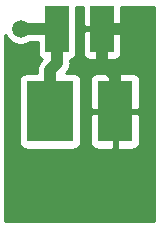
<source format=gbl>
G04 #@! TF.GenerationSoftware,KiCad,Pcbnew,(5.1.6)-1*
G04 #@! TF.CreationDate,2020-10-13T20:44:43+02:00*
G04 #@! TF.ProjectId,DiodeAdapterSmd,44696f64-6541-4646-9170-746572536d64,0*
G04 #@! TF.SameCoordinates,PX5f5e100PY2faf080*
G04 #@! TF.FileFunction,Copper,L2,Bot*
G04 #@! TF.FilePolarity,Positive*
%FSLAX46Y46*%
G04 Gerber Fmt 4.6, Leading zero omitted, Abs format (unit mm)*
G04 Created by KiCad (PCBNEW (5.1.6)-1) date 2020-10-13 20:44:43*
%MOMM*%
%LPD*%
G01*
G04 APERTURE LIST*
G04 #@! TA.AperFunction,ConnectorPad*
%ADD10R,2.000000X4.000000*%
G04 #@! TD*
G04 #@! TA.AperFunction,SMDPad,CuDef*
%ADD11R,3.000000X5.200000*%
G04 #@! TD*
G04 #@! TA.AperFunction,SMDPad,CuDef*
%ADD12R,4.000000X5.200000*%
G04 #@! TD*
G04 #@! TA.AperFunction,ViaPad*
%ADD13C,1.500000*%
G04 #@! TD*
G04 #@! TA.AperFunction,Conductor*
%ADD14C,1.000000*%
G04 #@! TD*
G04 #@! TA.AperFunction,Conductor*
%ADD15C,0.254000*%
G04 #@! TD*
G04 APERTURE END LIST*
D10*
X5095000Y-3000000D03*
X8905000Y-3000000D03*
D11*
X10000000Y-10000000D03*
D12*
X4500000Y-10000000D03*
D13*
X2000000Y-3000000D03*
X12000000Y-3000000D03*
D14*
X5095000Y-3000000D02*
X2000000Y-3000000D01*
X5095000Y-3000000D02*
X5095000Y-5905000D01*
X4500000Y-6500000D02*
X4500000Y-10000000D01*
X5095000Y-5905000D02*
X4500000Y-6500000D01*
X8905000Y-3000000D02*
X12000000Y-3000000D01*
X10000000Y-10000000D02*
X10000000Y-7000000D01*
X8905000Y-5905000D02*
X8905000Y-3000000D01*
X10000000Y-7000000D02*
X8905000Y-5905000D01*
D15*
G36*
X7270000Y-2714250D02*
G01*
X7428750Y-2873000D01*
X8778000Y-2873000D01*
X8778000Y-2853000D01*
X9032000Y-2853000D01*
X9032000Y-2873000D01*
X10381250Y-2873000D01*
X10540000Y-2714250D01*
X10542844Y-1127000D01*
X13290000Y-1127000D01*
X13290001Y-19290000D01*
X710000Y-19290000D01*
X710000Y-3504843D01*
X772629Y-3656043D01*
X924201Y-3882886D01*
X1117114Y-4075799D01*
X1343957Y-4227371D01*
X1596011Y-4331775D01*
X1863589Y-4385000D01*
X2136411Y-4385000D01*
X2403989Y-4331775D01*
X2656043Y-4227371D01*
X2794286Y-4135000D01*
X3456928Y-4135000D01*
X3456928Y-5000000D01*
X3469188Y-5124482D01*
X3505498Y-5244180D01*
X3564463Y-5354494D01*
X3643815Y-5451185D01*
X3740506Y-5530537D01*
X3821200Y-5573669D01*
X3736865Y-5658004D01*
X3693551Y-5693551D01*
X3551716Y-5866377D01*
X3446325Y-6063553D01*
X3446324Y-6063554D01*
X3381423Y-6277502D01*
X3359509Y-6500000D01*
X3365000Y-6555752D01*
X3365000Y-6761928D01*
X2500000Y-6761928D01*
X2375518Y-6774188D01*
X2255820Y-6810498D01*
X2145506Y-6869463D01*
X2048815Y-6948815D01*
X1969463Y-7045506D01*
X1910498Y-7155820D01*
X1874188Y-7275518D01*
X1861928Y-7400000D01*
X1861928Y-12600000D01*
X1874188Y-12724482D01*
X1910498Y-12844180D01*
X1969463Y-12954494D01*
X2048815Y-13051185D01*
X2145506Y-13130537D01*
X2255820Y-13189502D01*
X2375518Y-13225812D01*
X2500000Y-13238072D01*
X6500000Y-13238072D01*
X6624482Y-13225812D01*
X6744180Y-13189502D01*
X6854494Y-13130537D01*
X6951185Y-13051185D01*
X7030537Y-12954494D01*
X7089502Y-12844180D01*
X7125812Y-12724482D01*
X7138072Y-12600000D01*
X7861928Y-12600000D01*
X7874188Y-12724482D01*
X7910498Y-12844180D01*
X7969463Y-12954494D01*
X8048815Y-13051185D01*
X8145506Y-13130537D01*
X8255820Y-13189502D01*
X8375518Y-13225812D01*
X8500000Y-13238072D01*
X9714250Y-13235000D01*
X9873000Y-13076250D01*
X9873000Y-10127000D01*
X10127000Y-10127000D01*
X10127000Y-13076250D01*
X10285750Y-13235000D01*
X11500000Y-13238072D01*
X11624482Y-13225812D01*
X11744180Y-13189502D01*
X11854494Y-13130537D01*
X11951185Y-13051185D01*
X12030537Y-12954494D01*
X12089502Y-12844180D01*
X12125812Y-12724482D01*
X12138072Y-12600000D01*
X12135000Y-10285750D01*
X11976250Y-10127000D01*
X10127000Y-10127000D01*
X9873000Y-10127000D01*
X8023750Y-10127000D01*
X7865000Y-10285750D01*
X7861928Y-12600000D01*
X7138072Y-12600000D01*
X7138072Y-7400000D01*
X7861928Y-7400000D01*
X7865000Y-9714250D01*
X8023750Y-9873000D01*
X9873000Y-9873000D01*
X9873000Y-6923750D01*
X10127000Y-6923750D01*
X10127000Y-9873000D01*
X11976250Y-9873000D01*
X12135000Y-9714250D01*
X12138072Y-7400000D01*
X12125812Y-7275518D01*
X12089502Y-7155820D01*
X12030537Y-7045506D01*
X11951185Y-6948815D01*
X11854494Y-6869463D01*
X11744180Y-6810498D01*
X11624482Y-6774188D01*
X11500000Y-6761928D01*
X10285750Y-6765000D01*
X10127000Y-6923750D01*
X9873000Y-6923750D01*
X9714250Y-6765000D01*
X8500000Y-6761928D01*
X8375518Y-6774188D01*
X8255820Y-6810498D01*
X8145506Y-6869463D01*
X8048815Y-6948815D01*
X7969463Y-7045506D01*
X7910498Y-7155820D01*
X7874188Y-7275518D01*
X7861928Y-7400000D01*
X7138072Y-7400000D01*
X7125812Y-7275518D01*
X7089502Y-7155820D01*
X7030537Y-7045506D01*
X6951185Y-6948815D01*
X6854494Y-6869463D01*
X6744180Y-6810498D01*
X6624482Y-6774188D01*
X6500000Y-6761928D01*
X5843203Y-6761928D01*
X5858135Y-6746996D01*
X5901449Y-6711449D01*
X6043284Y-6538623D01*
X6148676Y-6341447D01*
X6213577Y-6127499D01*
X6230000Y-5960752D01*
X6235491Y-5905001D01*
X6230000Y-5849249D01*
X6230000Y-5622621D01*
X6339180Y-5589502D01*
X6449494Y-5530537D01*
X6546185Y-5451185D01*
X6625537Y-5354494D01*
X6684502Y-5244180D01*
X6720812Y-5124482D01*
X6733072Y-5000000D01*
X7266928Y-5000000D01*
X7279188Y-5124482D01*
X7315498Y-5244180D01*
X7374463Y-5354494D01*
X7453815Y-5451185D01*
X7550506Y-5530537D01*
X7660820Y-5589502D01*
X7780518Y-5625812D01*
X7905000Y-5638072D01*
X8619250Y-5635000D01*
X8778000Y-5476250D01*
X8778000Y-3127000D01*
X9032000Y-3127000D01*
X9032000Y-5476250D01*
X9190750Y-5635000D01*
X9905000Y-5638072D01*
X10029482Y-5625812D01*
X10149180Y-5589502D01*
X10259494Y-5530537D01*
X10356185Y-5451185D01*
X10435537Y-5354494D01*
X10494502Y-5244180D01*
X10530812Y-5124482D01*
X10543072Y-5000000D01*
X10540000Y-3285750D01*
X10381250Y-3127000D01*
X9032000Y-3127000D01*
X8778000Y-3127000D01*
X7428750Y-3127000D01*
X7270000Y-3285750D01*
X7266928Y-5000000D01*
X6733072Y-5000000D01*
X6733072Y-1127000D01*
X7267156Y-1127000D01*
X7270000Y-2714250D01*
G37*
X7270000Y-2714250D02*
X7428750Y-2873000D01*
X8778000Y-2873000D01*
X8778000Y-2853000D01*
X9032000Y-2853000D01*
X9032000Y-2873000D01*
X10381250Y-2873000D01*
X10540000Y-2714250D01*
X10542844Y-1127000D01*
X13290000Y-1127000D01*
X13290001Y-19290000D01*
X710000Y-19290000D01*
X710000Y-3504843D01*
X772629Y-3656043D01*
X924201Y-3882886D01*
X1117114Y-4075799D01*
X1343957Y-4227371D01*
X1596011Y-4331775D01*
X1863589Y-4385000D01*
X2136411Y-4385000D01*
X2403989Y-4331775D01*
X2656043Y-4227371D01*
X2794286Y-4135000D01*
X3456928Y-4135000D01*
X3456928Y-5000000D01*
X3469188Y-5124482D01*
X3505498Y-5244180D01*
X3564463Y-5354494D01*
X3643815Y-5451185D01*
X3740506Y-5530537D01*
X3821200Y-5573669D01*
X3736865Y-5658004D01*
X3693551Y-5693551D01*
X3551716Y-5866377D01*
X3446325Y-6063553D01*
X3446324Y-6063554D01*
X3381423Y-6277502D01*
X3359509Y-6500000D01*
X3365000Y-6555752D01*
X3365000Y-6761928D01*
X2500000Y-6761928D01*
X2375518Y-6774188D01*
X2255820Y-6810498D01*
X2145506Y-6869463D01*
X2048815Y-6948815D01*
X1969463Y-7045506D01*
X1910498Y-7155820D01*
X1874188Y-7275518D01*
X1861928Y-7400000D01*
X1861928Y-12600000D01*
X1874188Y-12724482D01*
X1910498Y-12844180D01*
X1969463Y-12954494D01*
X2048815Y-13051185D01*
X2145506Y-13130537D01*
X2255820Y-13189502D01*
X2375518Y-13225812D01*
X2500000Y-13238072D01*
X6500000Y-13238072D01*
X6624482Y-13225812D01*
X6744180Y-13189502D01*
X6854494Y-13130537D01*
X6951185Y-13051185D01*
X7030537Y-12954494D01*
X7089502Y-12844180D01*
X7125812Y-12724482D01*
X7138072Y-12600000D01*
X7861928Y-12600000D01*
X7874188Y-12724482D01*
X7910498Y-12844180D01*
X7969463Y-12954494D01*
X8048815Y-13051185D01*
X8145506Y-13130537D01*
X8255820Y-13189502D01*
X8375518Y-13225812D01*
X8500000Y-13238072D01*
X9714250Y-13235000D01*
X9873000Y-13076250D01*
X9873000Y-10127000D01*
X10127000Y-10127000D01*
X10127000Y-13076250D01*
X10285750Y-13235000D01*
X11500000Y-13238072D01*
X11624482Y-13225812D01*
X11744180Y-13189502D01*
X11854494Y-13130537D01*
X11951185Y-13051185D01*
X12030537Y-12954494D01*
X12089502Y-12844180D01*
X12125812Y-12724482D01*
X12138072Y-12600000D01*
X12135000Y-10285750D01*
X11976250Y-10127000D01*
X10127000Y-10127000D01*
X9873000Y-10127000D01*
X8023750Y-10127000D01*
X7865000Y-10285750D01*
X7861928Y-12600000D01*
X7138072Y-12600000D01*
X7138072Y-7400000D01*
X7861928Y-7400000D01*
X7865000Y-9714250D01*
X8023750Y-9873000D01*
X9873000Y-9873000D01*
X9873000Y-6923750D01*
X10127000Y-6923750D01*
X10127000Y-9873000D01*
X11976250Y-9873000D01*
X12135000Y-9714250D01*
X12138072Y-7400000D01*
X12125812Y-7275518D01*
X12089502Y-7155820D01*
X12030537Y-7045506D01*
X11951185Y-6948815D01*
X11854494Y-6869463D01*
X11744180Y-6810498D01*
X11624482Y-6774188D01*
X11500000Y-6761928D01*
X10285750Y-6765000D01*
X10127000Y-6923750D01*
X9873000Y-6923750D01*
X9714250Y-6765000D01*
X8500000Y-6761928D01*
X8375518Y-6774188D01*
X8255820Y-6810498D01*
X8145506Y-6869463D01*
X8048815Y-6948815D01*
X7969463Y-7045506D01*
X7910498Y-7155820D01*
X7874188Y-7275518D01*
X7861928Y-7400000D01*
X7138072Y-7400000D01*
X7125812Y-7275518D01*
X7089502Y-7155820D01*
X7030537Y-7045506D01*
X6951185Y-6948815D01*
X6854494Y-6869463D01*
X6744180Y-6810498D01*
X6624482Y-6774188D01*
X6500000Y-6761928D01*
X5843203Y-6761928D01*
X5858135Y-6746996D01*
X5901449Y-6711449D01*
X6043284Y-6538623D01*
X6148676Y-6341447D01*
X6213577Y-6127499D01*
X6230000Y-5960752D01*
X6235491Y-5905001D01*
X6230000Y-5849249D01*
X6230000Y-5622621D01*
X6339180Y-5589502D01*
X6449494Y-5530537D01*
X6546185Y-5451185D01*
X6625537Y-5354494D01*
X6684502Y-5244180D01*
X6720812Y-5124482D01*
X6733072Y-5000000D01*
X7266928Y-5000000D01*
X7279188Y-5124482D01*
X7315498Y-5244180D01*
X7374463Y-5354494D01*
X7453815Y-5451185D01*
X7550506Y-5530537D01*
X7660820Y-5589502D01*
X7780518Y-5625812D01*
X7905000Y-5638072D01*
X8619250Y-5635000D01*
X8778000Y-5476250D01*
X8778000Y-3127000D01*
X9032000Y-3127000D01*
X9032000Y-5476250D01*
X9190750Y-5635000D01*
X9905000Y-5638072D01*
X10029482Y-5625812D01*
X10149180Y-5589502D01*
X10259494Y-5530537D01*
X10356185Y-5451185D01*
X10435537Y-5354494D01*
X10494502Y-5244180D01*
X10530812Y-5124482D01*
X10543072Y-5000000D01*
X10540000Y-3285750D01*
X10381250Y-3127000D01*
X9032000Y-3127000D01*
X8778000Y-3127000D01*
X7428750Y-3127000D01*
X7270000Y-3285750D01*
X7266928Y-5000000D01*
X6733072Y-5000000D01*
X6733072Y-1127000D01*
X7267156Y-1127000D01*
X7270000Y-2714250D01*
M02*

</source>
